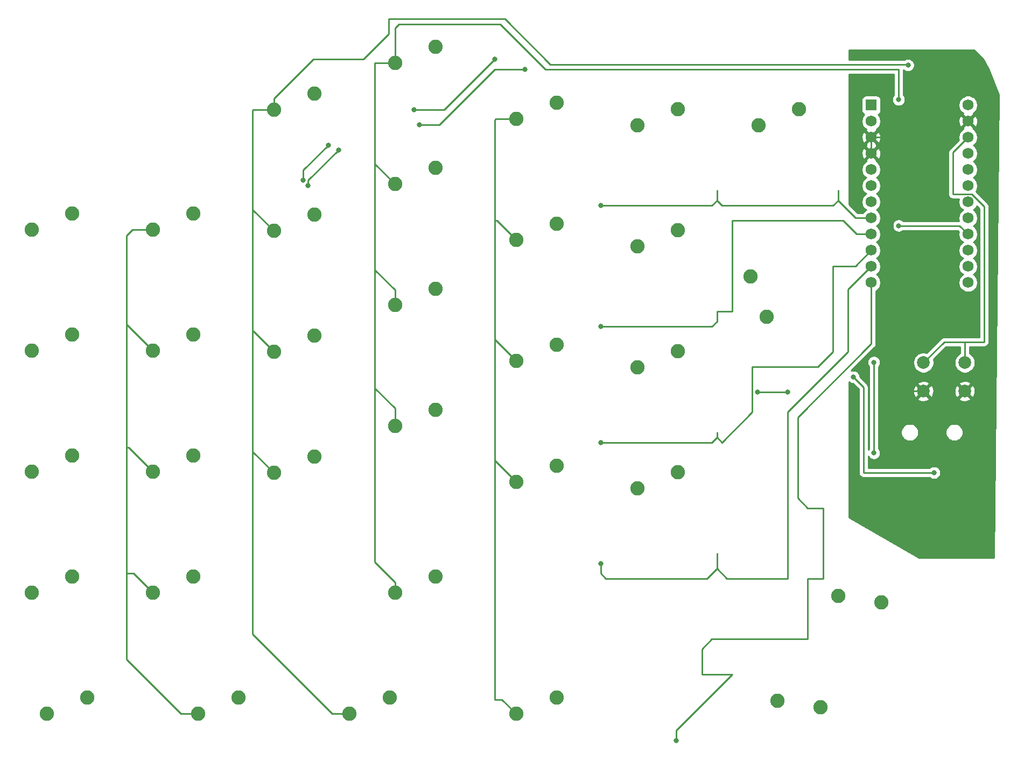
<source format=gbl>
G04 #@! TF.GenerationSoftware,KiCad,Pcbnew,5.1.10*
G04 #@! TF.CreationDate,2021-06-15T23:50:52-04:00*
G04 #@! TF.ProjectId,attempt2,61747465-6d70-4743-922e-6b696361645f,rev?*
G04 #@! TF.SameCoordinates,Original*
G04 #@! TF.FileFunction,Copper,L2,Bot*
G04 #@! TF.FilePolarity,Positive*
%FSLAX46Y46*%
G04 Gerber Fmt 4.6, Leading zero omitted, Abs format (unit mm)*
G04 Created by KiCad (PCBNEW 5.1.10) date 2021-06-15 23:50:52*
%MOMM*%
%LPD*%
G01*
G04 APERTURE LIST*
G04 #@! TA.AperFunction,ComponentPad*
%ADD10R,1.752600X1.752600*%
G04 #@! TD*
G04 #@! TA.AperFunction,ComponentPad*
%ADD11C,1.752600*%
G04 #@! TD*
G04 #@! TA.AperFunction,ComponentPad*
%ADD12C,2.000000*%
G04 #@! TD*
G04 #@! TA.AperFunction,ComponentPad*
%ADD13C,2.250000*%
G04 #@! TD*
G04 #@! TA.AperFunction,ViaPad*
%ADD14C,0.800000*%
G04 #@! TD*
G04 #@! TA.AperFunction,Conductor*
%ADD15C,0.250000*%
G04 #@! TD*
G04 #@! TA.AperFunction,Conductor*
%ADD16C,0.254000*%
G04 #@! TD*
G04 #@! TA.AperFunction,Conductor*
%ADD17C,0.100000*%
G04 #@! TD*
G04 APERTURE END LIST*
D10*
X-23368000Y-20701000D03*
D11*
X-23368000Y-23241000D03*
X-23368000Y-25781000D03*
X-23368000Y-28321000D03*
X-23368000Y-30861000D03*
X-23368000Y-33401000D03*
X-23368000Y-35941000D03*
X-23368000Y-38481000D03*
X-23368000Y-41021000D03*
X-23368000Y-43561000D03*
X-23368000Y-46101000D03*
X-8128000Y-48641000D03*
X-8128000Y-46101000D03*
X-8128000Y-43561000D03*
X-8128000Y-41021000D03*
X-8128000Y-38481000D03*
X-8128000Y-35941000D03*
X-8128000Y-33401000D03*
X-8128000Y-30861000D03*
X-8128000Y-28321000D03*
X-8128000Y-25781000D03*
X-8128000Y-23241000D03*
X-23368000Y-48641000D03*
X-8128000Y-20701000D03*
D12*
X-8656250Y-65750000D03*
X-15156250Y-65750000D03*
X-15156250Y-61250000D03*
X-8656250Y-61250000D03*
D13*
X-31328295Y-115488591D03*
X-38097557Y-114513295D03*
X-72866250Y-113982500D03*
X-79216250Y-116522500D03*
X-91852750Y-94944500D03*
X-98202750Y-97484500D03*
X-99060000Y-113982500D03*
X-105410000Y-116522500D03*
X-122872500Y-113982500D03*
X-129222500Y-116522500D03*
X-146685000Y-113982500D03*
X-153035000Y-116522500D03*
X-21803295Y-98978591D03*
X-28572557Y-98003295D03*
X-53816250Y-78486000D03*
X-60166250Y-81026000D03*
X-72866250Y-77470000D03*
X-79216250Y-80010000D03*
X-91916250Y-68707000D03*
X-98266250Y-71247000D03*
X-110966250Y-76073000D03*
X-117316250Y-78613000D03*
X-130016250Y-94932500D03*
X-136366250Y-97472500D03*
X-149066250Y-94932500D03*
X-155416250Y-97472500D03*
X-42386250Y-47688500D03*
X-39846250Y-54038500D03*
X-53816250Y-59436000D03*
X-60166250Y-61976000D03*
X-72866250Y-58420000D03*
X-79216250Y-60960000D03*
X-91916250Y-49657000D03*
X-98266250Y-52197000D03*
X-110966250Y-57023000D03*
X-117316250Y-59563000D03*
X-130016250Y-75882500D03*
X-136366250Y-78422500D03*
X-149066250Y-75882500D03*
X-155416250Y-78422500D03*
X-53816250Y-40386000D03*
X-60166250Y-42926000D03*
X-72866250Y-39370000D03*
X-79216250Y-41910000D03*
X-91916250Y-30607000D03*
X-98266250Y-33147000D03*
X-110966250Y-37973000D03*
X-117316250Y-40513000D03*
X-130016250Y-56832500D03*
X-136366250Y-59372500D03*
X-149066250Y-56832500D03*
X-155416250Y-59372500D03*
X-34766250Y-21336000D03*
X-41116250Y-23876000D03*
X-53816250Y-21336000D03*
X-60166250Y-23876000D03*
X-72866250Y-20320000D03*
X-79216250Y-22860000D03*
X-91916250Y-11557000D03*
X-98266250Y-14097000D03*
X-110966250Y-18923000D03*
X-117316250Y-21463000D03*
X-130016250Y-37782500D03*
X-136366250Y-40322500D03*
X-149066250Y-37782500D03*
X-155416250Y-40322500D03*
D14*
X-65881250Y-36512500D03*
X-65881250Y-55562500D03*
X-65881250Y-73818750D03*
X-65881250Y-92868750D03*
X-54037500Y-120712500D03*
X-112712500Y-32543750D03*
X-108743750Y-26987500D03*
X-82550000Y-13493750D03*
X-95250000Y-21431250D03*
X-111918750Y-33337500D03*
X-107156250Y-27781250D03*
X-94456250Y-23812500D03*
X-77787500Y-15081250D03*
X-17584338Y-14409338D03*
X-19050000Y-19843750D03*
X-19050000Y-39687500D03*
X-41275000Y-65881250D03*
X-36512500Y-65881250D03*
X-13493750Y-78581250D03*
X-26193750Y-63500000D03*
X-22943750Y-75481250D03*
X-22943750Y-61193750D03*
D15*
X-65881250Y-36512500D02*
X-49212500Y-36512500D01*
X-49212500Y-36512500D02*
X-48418750Y-36512500D01*
X-48418750Y-36512500D02*
X-47625000Y-35718750D01*
X-47625000Y-35718750D02*
X-47625000Y-34131250D01*
X-47625000Y-35718750D02*
X-46831250Y-36512500D01*
X-46831250Y-36512500D02*
X-29368750Y-36512500D01*
X-29368750Y-36512500D02*
X-28575000Y-35718750D01*
X-28575000Y-35718750D02*
X-28575000Y-34131250D01*
X-25812750Y-38481000D02*
X-23368000Y-38481000D01*
X-28575000Y-35718750D02*
X-25812750Y-38481000D01*
X-65881250Y-55562500D02*
X-48418750Y-55562500D01*
X-48418750Y-55562500D02*
X-47625000Y-54768750D01*
X-47625000Y-54768750D02*
X-47625000Y-53181250D01*
X-47625000Y-53181250D02*
X-45243750Y-53181250D01*
X-45243750Y-53181250D02*
X-45243750Y-38893750D01*
X-45243750Y-38893750D02*
X-27781250Y-38893750D01*
X-25654000Y-41021000D02*
X-23368000Y-41021000D01*
X-27781250Y-38893750D02*
X-25654000Y-41021000D01*
X-65881250Y-73818750D02*
X-48418750Y-73818750D01*
X-48418750Y-73818750D02*
X-47625000Y-73025000D01*
X-47625000Y-73025000D02*
X-47625000Y-72231250D01*
X-25844500Y-46037500D02*
X-23368000Y-43561000D01*
X-29368750Y-59531250D02*
X-29368750Y-46037500D01*
X-31750000Y-61912500D02*
X-29368750Y-59531250D01*
X-42068750Y-61912500D02*
X-31750000Y-61912500D01*
X-42068750Y-69056250D02*
X-42068750Y-61912500D01*
X-46831250Y-73818750D02*
X-42068750Y-69056250D01*
X-29368750Y-46037500D02*
X-25844500Y-46037500D01*
X-47625000Y-73025000D02*
X-46831250Y-73818750D01*
X-65881250Y-92868750D02*
X-65881250Y-94456250D01*
X-65881250Y-94456250D02*
X-65087500Y-95250000D01*
X-65087500Y-95250000D02*
X-49212500Y-95250000D01*
X-49212500Y-95250000D02*
X-47625000Y-93662500D01*
X-47625000Y-93662500D02*
X-47625000Y-91281250D01*
X-26987500Y-49720500D02*
X-23368000Y-46101000D01*
X-36512500Y-69056250D02*
X-26987500Y-59531250D01*
X-26987500Y-59531250D02*
X-26987500Y-49720500D01*
X-36512500Y-95250000D02*
X-36512500Y-69056250D01*
X-46037500Y-95250000D02*
X-36512500Y-95250000D01*
X-47625000Y-93662500D02*
X-46037500Y-95250000D01*
X-23368000Y-58293000D02*
X-23368000Y-48641000D01*
X-54037500Y-120712500D02*
X-54037500Y-119125000D01*
X-48418750Y-104775000D02*
X-33337500Y-104775000D01*
X-54037500Y-119125000D02*
X-45243750Y-110331250D01*
X-50006250Y-106362500D02*
X-48418750Y-104775000D01*
X-45243750Y-110331250D02*
X-50006250Y-110331250D01*
X-50006250Y-110331250D02*
X-50006250Y-106362500D01*
X-33337500Y-84137500D02*
X-34925000Y-82550000D01*
X-33337500Y-95250000D02*
X-30956250Y-95250000D01*
X-33337500Y-104775000D02*
X-33337500Y-95250000D01*
X-30956250Y-95250000D02*
X-30956250Y-84137500D01*
X-30956250Y-84137500D02*
X-33337500Y-84137500D01*
X-34925000Y-82550000D02*
X-34925000Y-69850000D01*
X-34925000Y-69850000D02*
X-23368000Y-58293000D01*
X-112712500Y-32543750D02*
X-112712500Y-30956250D01*
X-112712500Y-30956250D02*
X-108743750Y-26987500D01*
X-108743750Y-26987500D02*
X-108743750Y-26987500D01*
X-82550000Y-13493750D02*
X-82550000Y-13493750D01*
X-95250000Y-21431250D02*
X-90487500Y-21431250D01*
X-90487500Y-21431250D02*
X-82550000Y-13493750D01*
X-136366250Y-40322500D02*
X-139541250Y-40322500D01*
X-139541250Y-40322500D02*
X-140493750Y-41275000D01*
X-139382500Y-94456250D02*
X-136366250Y-97472500D01*
X-140493750Y-94456250D02*
X-139382500Y-94456250D01*
X-140176250Y-74612500D02*
X-140493750Y-74612500D01*
X-136366250Y-78422500D02*
X-140176250Y-74612500D01*
X-140493750Y-55245000D02*
X-140493750Y-54768750D01*
X-136366250Y-59372500D02*
X-140493750Y-55245000D01*
X-140493750Y-54768750D02*
X-140493750Y-74612500D01*
X-140493750Y-41275000D02*
X-140493750Y-54768750D01*
X-129222500Y-116522500D02*
X-131921250Y-116522500D01*
X-140493750Y-107950000D02*
X-140493750Y-93662500D01*
X-131921250Y-116522500D02*
X-140493750Y-107950000D01*
X-140493750Y-93662500D02*
X-140493750Y-94456250D01*
X-140493750Y-74612500D02*
X-140493750Y-93662500D01*
X-111918750Y-33337500D02*
X-111918750Y-32543750D01*
X-111918750Y-32543750D02*
X-107156250Y-27781250D01*
X-107156250Y-27781250D02*
X-107156250Y-27781250D01*
X-94456250Y-23812500D02*
X-91281250Y-23812500D01*
X-91281250Y-23812500D02*
X-89693750Y-22225000D01*
X-89693750Y-22225000D02*
X-82550000Y-15081250D01*
X-82550000Y-15081250D02*
X-77787500Y-15081250D01*
X-77787500Y-15081250D02*
X-77787500Y-15081250D01*
X-120650000Y-75279250D02*
X-117316250Y-78613000D01*
X-120618250Y-21463000D02*
X-120650000Y-21494750D01*
X-117316250Y-21463000D02*
X-120618250Y-21463000D01*
X-120523000Y-56356250D02*
X-120650000Y-56356250D01*
X-117316250Y-59563000D02*
X-120523000Y-56356250D01*
X-117316250Y-40513000D02*
X-120650000Y-37179250D01*
X-120650000Y-35718750D02*
X-120650000Y-56356250D01*
X-120650000Y-37179250D02*
X-120650000Y-35718750D01*
X-120650000Y-21494750D02*
X-120650000Y-35718750D01*
X-105410000Y-116522500D02*
X-108108750Y-116522500D01*
X-108108750Y-116522500D02*
X-120650000Y-103981250D01*
X-120650000Y-103981250D02*
X-120650000Y-74612500D01*
X-120650000Y-74612500D02*
X-120650000Y-75279250D01*
X-120650000Y-56356250D02*
X-120650000Y-74612500D01*
X-111125000Y-13493750D02*
X-103187500Y-13493750D01*
X-117316250Y-21463000D02*
X-117316250Y-19685000D01*
X-117316250Y-19685000D02*
X-111125000Y-13493750D01*
X-73818750Y-14287500D02*
X-17706176Y-14287500D01*
X-103187500Y-13493750D02*
X-99218750Y-9525000D01*
X-99218750Y-9525000D02*
X-99218750Y-7143750D01*
X-99218750Y-7143750D02*
X-80962500Y-7143750D01*
X-80962500Y-7143750D02*
X-73818750Y-14287500D01*
X-98266250Y-14097000D02*
X-101409500Y-14097000D01*
X-98202750Y-95885000D02*
X-98202750Y-97484500D01*
X-101409500Y-92678250D02*
X-98202750Y-95885000D01*
X-101409500Y-30003750D02*
X-101409500Y-28765500D01*
X-98266250Y-33147000D02*
X-101409500Y-30003750D01*
X-101409500Y-14097000D02*
X-101409500Y-28765500D01*
X-98266250Y-49784000D02*
X-101409500Y-46640750D01*
X-98266250Y-52197000D02*
X-98266250Y-49784000D01*
X-101409500Y-28765500D02*
X-101409500Y-46640750D01*
X-98266250Y-68421250D02*
X-101409500Y-65278000D01*
X-98266250Y-71247000D02*
X-98266250Y-68421250D01*
X-101409500Y-65278000D02*
X-101409500Y-92678250D01*
X-101409500Y-46640750D02*
X-101409500Y-65278000D01*
X-19050000Y-15081250D02*
X-19050000Y-19843750D01*
X-81756250Y-7937500D02*
X-74612500Y-15081250D01*
X-74612500Y-15081250D02*
X-19050000Y-15081250D01*
X-97631250Y-7937500D02*
X-81756250Y-7937500D01*
X-98266250Y-8572500D02*
X-97631250Y-7937500D01*
X-98266250Y-14097000D02*
X-98266250Y-8572500D01*
X-9461500Y-39687500D02*
X-8128000Y-41021000D01*
X-19050000Y-39687500D02*
X-9461500Y-39687500D01*
X-82550000Y-76676250D02*
X-79216250Y-80010000D01*
X-82391250Y-22860000D02*
X-82550000Y-23018750D01*
X-79216250Y-22860000D02*
X-82391250Y-22860000D01*
X-79216250Y-116522500D02*
X-81438750Y-114300000D01*
X-81438750Y-114300000D02*
X-82550000Y-114300000D01*
X-82550000Y-114300000D02*
X-82550000Y-73818750D01*
X-82550000Y-73818750D02*
X-82550000Y-73025000D01*
X-82550000Y-73025000D02*
X-82550000Y-76676250D01*
X-82550000Y-57626250D02*
X-82550000Y-57150000D01*
X-79216250Y-60960000D02*
X-82550000Y-57626250D01*
X-82550000Y-57150000D02*
X-82550000Y-73025000D01*
X-82232500Y-38893750D02*
X-82550000Y-38893750D01*
X-79216250Y-41910000D02*
X-82232500Y-38893750D01*
X-82550000Y-38893750D02*
X-82550000Y-57150000D01*
X-82550000Y-23018750D02*
X-82550000Y-38893750D01*
X-41275000Y-65881250D02*
X-36512500Y-65881250D01*
X-36512500Y-65881250D02*
X-36512500Y-65881250D01*
X-13493750Y-78581250D02*
X-24606250Y-78581250D01*
X-24606250Y-78581250D02*
X-24606250Y-65087500D01*
X-24606250Y-65087500D02*
X-26193750Y-63500000D01*
X-26193750Y-63500000D02*
X-26193750Y-63500000D01*
X-22943750Y-75481250D02*
X-22943750Y-61193750D01*
X-22943750Y-61193750D02*
X-22943750Y-61193750D01*
X-20006250Y-31682750D02*
X-23368000Y-28321000D01*
X-20006250Y-68981250D02*
X-20006250Y-66043750D01*
X-20006250Y-66043750D02*
X-20006250Y-65918750D01*
X-15156250Y-65750000D02*
X-19975000Y-65750000D01*
X-19975000Y-65750000D02*
X-20006250Y-65718750D01*
X-20006250Y-65718750D02*
X-20006250Y-31682750D01*
X-20006250Y-66043750D02*
X-20006250Y-65718750D01*
X-8656250Y-65750000D02*
X-11112500Y-68206250D01*
X-11112500Y-68206250D02*
X-17406250Y-68206250D01*
X-19568750Y-66043750D02*
X-20006250Y-66043750D01*
X-17406250Y-68206250D02*
X-19568750Y-66043750D01*
X-23368000Y-28321000D02*
X-23368000Y-25781000D01*
X-10668000Y-25781000D02*
X-8128000Y-23241000D01*
X-23368000Y-25781000D02*
X-10668000Y-25781000D01*
X-15156250Y-61250000D02*
X-11906250Y-58000000D01*
X-8656250Y-58018750D02*
X-8675000Y-58000000D01*
X-8656250Y-61250000D02*
X-8656250Y-58018750D01*
X-8675000Y-58000000D02*
X-5612500Y-58000000D01*
X-11906250Y-58000000D02*
X-8675000Y-58000000D01*
X-7551375Y-34739699D02*
X-10504051Y-34739699D01*
X-5612500Y-36678574D02*
X-7551375Y-34739699D01*
X-5612500Y-58000000D02*
X-5612500Y-36678574D01*
X-10504051Y-28157051D02*
X-8128000Y-25781000D01*
X-10504051Y-34739699D02*
X-10504051Y-28157051D01*
D16*
X-5660624Y-13568982D02*
X-4878459Y-15133312D01*
X-3302266Y-19073795D01*
X-4094377Y-91948000D01*
X-15841273Y-91948000D01*
X-26860500Y-85651299D01*
X-26860500Y-64296961D01*
X-26853524Y-64303937D01*
X-26684006Y-64417205D01*
X-26495648Y-64495226D01*
X-26295689Y-64535000D01*
X-26233551Y-64535000D01*
X-25366249Y-65402303D01*
X-25366250Y-78543917D01*
X-25369927Y-78581250D01*
X-25355253Y-78730236D01*
X-25311796Y-78873497D01*
X-25241224Y-79005526D01*
X-25146251Y-79121251D01*
X-25030526Y-79216224D01*
X-24898497Y-79286796D01*
X-24755236Y-79330253D01*
X-24606250Y-79344927D01*
X-24568917Y-79341250D01*
X-14197461Y-79341250D01*
X-14153524Y-79385187D01*
X-13984006Y-79498455D01*
X-13795648Y-79576476D01*
X-13595689Y-79616250D01*
X-13391811Y-79616250D01*
X-13191852Y-79576476D01*
X-13003494Y-79498455D01*
X-12833976Y-79385187D01*
X-12689813Y-79241024D01*
X-12576545Y-79071506D01*
X-12498524Y-78883148D01*
X-12458750Y-78683189D01*
X-12458750Y-78479311D01*
X-12498524Y-78279352D01*
X-12576545Y-78090994D01*
X-12689813Y-77921476D01*
X-12833976Y-77777313D01*
X-13003494Y-77664045D01*
X-13191852Y-77586024D01*
X-13391811Y-77546250D01*
X-13595689Y-77546250D01*
X-13795648Y-77586024D01*
X-13984006Y-77664045D01*
X-14153524Y-77777313D01*
X-14197461Y-77821250D01*
X-23846250Y-77821250D01*
X-23846250Y-75993514D01*
X-23747687Y-76141024D01*
X-23603524Y-76285187D01*
X-23434006Y-76398455D01*
X-23245648Y-76476476D01*
X-23045689Y-76516250D01*
X-22841811Y-76516250D01*
X-22641852Y-76476476D01*
X-22453494Y-76398455D01*
X-22283976Y-76285187D01*
X-22139813Y-76141024D01*
X-22026545Y-75971506D01*
X-21948524Y-75783148D01*
X-21908750Y-75583189D01*
X-21908750Y-75379311D01*
X-21948524Y-75179352D01*
X-22026545Y-74990994D01*
X-22139813Y-74821476D01*
X-22183750Y-74777539D01*
X-22183750Y-72094839D01*
X-18691250Y-72094839D01*
X-18691250Y-72367661D01*
X-18638025Y-72635239D01*
X-18533621Y-72887293D01*
X-18382049Y-73114136D01*
X-18189136Y-73307049D01*
X-17962293Y-73458621D01*
X-17710239Y-73563025D01*
X-17442661Y-73616250D01*
X-17169839Y-73616250D01*
X-16902261Y-73563025D01*
X-16650207Y-73458621D01*
X-16423364Y-73307049D01*
X-16230451Y-73114136D01*
X-16078879Y-72887293D01*
X-15974475Y-72635239D01*
X-15921250Y-72367661D01*
X-15921250Y-72094839D01*
X-11691250Y-72094839D01*
X-11691250Y-72367661D01*
X-11638025Y-72635239D01*
X-11533621Y-72887293D01*
X-11382049Y-73114136D01*
X-11189136Y-73307049D01*
X-10962293Y-73458621D01*
X-10710239Y-73563025D01*
X-10442661Y-73616250D01*
X-10169839Y-73616250D01*
X-9902261Y-73563025D01*
X-9650207Y-73458621D01*
X-9423364Y-73307049D01*
X-9230451Y-73114136D01*
X-9078879Y-72887293D01*
X-8974475Y-72635239D01*
X-8921250Y-72367661D01*
X-8921250Y-72094839D01*
X-8974475Y-71827261D01*
X-9078879Y-71575207D01*
X-9230451Y-71348364D01*
X-9423364Y-71155451D01*
X-9650207Y-71003879D01*
X-9902261Y-70899475D01*
X-10169839Y-70846250D01*
X-10442661Y-70846250D01*
X-10710239Y-70899475D01*
X-10962293Y-71003879D01*
X-11189136Y-71155451D01*
X-11382049Y-71348364D01*
X-11533621Y-71575207D01*
X-11638025Y-71827261D01*
X-11691250Y-72094839D01*
X-15921250Y-72094839D01*
X-15974475Y-71827261D01*
X-16078879Y-71575207D01*
X-16230451Y-71348364D01*
X-16423364Y-71155451D01*
X-16650207Y-71003879D01*
X-16902261Y-70899475D01*
X-17169839Y-70846250D01*
X-17442661Y-70846250D01*
X-17710239Y-70899475D01*
X-17962293Y-71003879D01*
X-18189136Y-71155451D01*
X-18382049Y-71348364D01*
X-18533621Y-71575207D01*
X-18638025Y-71827261D01*
X-18691250Y-72094839D01*
X-22183750Y-72094839D01*
X-22183750Y-66885413D01*
X-16112058Y-66885413D01*
X-16016294Y-67149814D01*
X-15726679Y-67290704D01*
X-15415142Y-67372384D01*
X-15093655Y-67391718D01*
X-14774575Y-67347961D01*
X-14470162Y-67242795D01*
X-14296206Y-67149814D01*
X-14200442Y-66885413D01*
X-9612058Y-66885413D01*
X-9516294Y-67149814D01*
X-9226679Y-67290704D01*
X-8915142Y-67372384D01*
X-8593655Y-67391718D01*
X-8274575Y-67347961D01*
X-7970162Y-67242795D01*
X-7796206Y-67149814D01*
X-7700442Y-66885413D01*
X-8656250Y-65929605D01*
X-9612058Y-66885413D01*
X-14200442Y-66885413D01*
X-15156250Y-65929605D01*
X-16112058Y-66885413D01*
X-22183750Y-66885413D01*
X-22183750Y-65812595D01*
X-16797968Y-65812595D01*
X-16754211Y-66131675D01*
X-16649045Y-66436088D01*
X-16556064Y-66610044D01*
X-16291663Y-66705808D01*
X-15335855Y-65750000D01*
X-14976645Y-65750000D01*
X-14020837Y-66705808D01*
X-13756436Y-66610044D01*
X-13615546Y-66320429D01*
X-13533866Y-66008892D01*
X-13522061Y-65812595D01*
X-10297968Y-65812595D01*
X-10254211Y-66131675D01*
X-10149045Y-66436088D01*
X-10056064Y-66610044D01*
X-9791663Y-66705808D01*
X-8835855Y-65750000D01*
X-8476645Y-65750000D01*
X-7520837Y-66705808D01*
X-7256436Y-66610044D01*
X-7115546Y-66320429D01*
X-7033866Y-66008892D01*
X-7014532Y-65687405D01*
X-7058289Y-65368325D01*
X-7163455Y-65063912D01*
X-7256436Y-64889956D01*
X-7520837Y-64794192D01*
X-8476645Y-65750000D01*
X-8835855Y-65750000D01*
X-9791663Y-64794192D01*
X-10056064Y-64889956D01*
X-10196954Y-65179571D01*
X-10278634Y-65491108D01*
X-10297968Y-65812595D01*
X-13522061Y-65812595D01*
X-13514532Y-65687405D01*
X-13558289Y-65368325D01*
X-13663455Y-65063912D01*
X-13756436Y-64889956D01*
X-14020837Y-64794192D01*
X-14976645Y-65750000D01*
X-15335855Y-65750000D01*
X-16291663Y-64794192D01*
X-16556064Y-64889956D01*
X-16696954Y-65179571D01*
X-16778634Y-65491108D01*
X-16797968Y-65812595D01*
X-22183750Y-65812595D01*
X-22183750Y-64614587D01*
X-16112058Y-64614587D01*
X-15156250Y-65570395D01*
X-14200442Y-64614587D01*
X-9612058Y-64614587D01*
X-8656250Y-65570395D01*
X-7700442Y-64614587D01*
X-7796206Y-64350186D01*
X-8085821Y-64209296D01*
X-8397358Y-64127616D01*
X-8718845Y-64108282D01*
X-9037925Y-64152039D01*
X-9342338Y-64257205D01*
X-9516294Y-64350186D01*
X-9612058Y-64614587D01*
X-14200442Y-64614587D01*
X-14296206Y-64350186D01*
X-14585821Y-64209296D01*
X-14897358Y-64127616D01*
X-15218845Y-64108282D01*
X-15537925Y-64152039D01*
X-15842338Y-64257205D01*
X-16016294Y-64350186D01*
X-16112058Y-64614587D01*
X-22183750Y-64614587D01*
X-22183750Y-61897461D01*
X-22139813Y-61853524D01*
X-22026545Y-61684006D01*
X-21948524Y-61495648D01*
X-21908750Y-61295689D01*
X-21908750Y-61091811D01*
X-21948524Y-60891852D01*
X-22026545Y-60703494D01*
X-22139813Y-60533976D01*
X-22283976Y-60389813D01*
X-22453494Y-60276545D01*
X-22641852Y-60198524D01*
X-22841811Y-60158750D01*
X-23045689Y-60158750D01*
X-23245648Y-60198524D01*
X-23434006Y-60276545D01*
X-23603524Y-60389813D01*
X-23747687Y-60533976D01*
X-23860955Y-60703494D01*
X-23938976Y-60891852D01*
X-23978750Y-61091811D01*
X-23978750Y-61295689D01*
X-23938976Y-61495648D01*
X-23860955Y-61684006D01*
X-23747687Y-61853524D01*
X-23703749Y-61897462D01*
X-23703750Y-74777539D01*
X-23747687Y-74821476D01*
X-23846250Y-74968986D01*
X-23846250Y-65124822D01*
X-23842574Y-65087499D01*
X-23846250Y-65050176D01*
X-23846250Y-65050167D01*
X-23857247Y-64938514D01*
X-23900704Y-64795253D01*
X-23901271Y-64794192D01*
X-23971276Y-64663223D01*
X-24042451Y-64576497D01*
X-24066249Y-64547499D01*
X-24095247Y-64523701D01*
X-25158750Y-63460199D01*
X-25158750Y-63398061D01*
X-25198524Y-63198102D01*
X-25276545Y-63009744D01*
X-25389813Y-62840226D01*
X-25533976Y-62696063D01*
X-25703494Y-62582795D01*
X-25891852Y-62504774D01*
X-26091811Y-62465000D01*
X-26295689Y-62465000D01*
X-26495648Y-62504774D01*
X-26511566Y-62511367D01*
X-22856996Y-58856798D01*
X-22827999Y-58833001D01*
X-22771106Y-58763677D01*
X-22733026Y-58717277D01*
X-22662454Y-58585247D01*
X-22639933Y-58511003D01*
X-22618997Y-58441986D01*
X-22608000Y-58330333D01*
X-22608000Y-58330324D01*
X-22604324Y-58293001D01*
X-22608000Y-58255678D01*
X-22608000Y-49950810D01*
X-22404602Y-49814904D01*
X-22194096Y-49604398D01*
X-22028703Y-49356869D01*
X-21914778Y-49081830D01*
X-21856700Y-48789850D01*
X-21856700Y-48492150D01*
X-21914778Y-48200170D01*
X-22028703Y-47925131D01*
X-22194096Y-47677602D01*
X-22404602Y-47467096D01*
X-22548420Y-47371000D01*
X-22404602Y-47274904D01*
X-22194096Y-47064398D01*
X-22028703Y-46816869D01*
X-21914778Y-46541830D01*
X-21856700Y-46249850D01*
X-21856700Y-45952150D01*
X-21914778Y-45660170D01*
X-22028703Y-45385131D01*
X-22194096Y-45137602D01*
X-22404602Y-44927096D01*
X-22548420Y-44831000D01*
X-22404602Y-44734904D01*
X-22194096Y-44524398D01*
X-22028703Y-44276869D01*
X-21914778Y-44001830D01*
X-21856700Y-43709850D01*
X-21856700Y-43412150D01*
X-21914778Y-43120170D01*
X-22028703Y-42845131D01*
X-22194096Y-42597602D01*
X-22404602Y-42387096D01*
X-22548420Y-42291000D01*
X-22404602Y-42194904D01*
X-22194096Y-41984398D01*
X-22028703Y-41736869D01*
X-21914778Y-41461830D01*
X-21856700Y-41169850D01*
X-21856700Y-40872150D01*
X-21914778Y-40580170D01*
X-22028703Y-40305131D01*
X-22194096Y-40057602D01*
X-22404602Y-39847096D01*
X-22548420Y-39751000D01*
X-22404602Y-39654904D01*
X-22335259Y-39585561D01*
X-20085000Y-39585561D01*
X-20085000Y-39789439D01*
X-20045226Y-39989398D01*
X-19967205Y-40177756D01*
X-19853937Y-40347274D01*
X-19709774Y-40491437D01*
X-19540256Y-40604705D01*
X-19351898Y-40682726D01*
X-19151939Y-40722500D01*
X-18948061Y-40722500D01*
X-18748102Y-40682726D01*
X-18559744Y-40604705D01*
X-18390226Y-40491437D01*
X-18346289Y-40447500D01*
X-9776301Y-40447500D01*
X-9591576Y-40632225D01*
X-9639300Y-40872150D01*
X-9639300Y-41169850D01*
X-9581222Y-41461830D01*
X-9467297Y-41736869D01*
X-9301904Y-41984398D01*
X-9091398Y-42194904D01*
X-8947580Y-42291000D01*
X-9091398Y-42387096D01*
X-9301904Y-42597602D01*
X-9467297Y-42845131D01*
X-9581222Y-43120170D01*
X-9639300Y-43412150D01*
X-9639300Y-43709850D01*
X-9581222Y-44001830D01*
X-9467297Y-44276869D01*
X-9301904Y-44524398D01*
X-9091398Y-44734904D01*
X-8947580Y-44831000D01*
X-9091398Y-44927096D01*
X-9301904Y-45137602D01*
X-9467297Y-45385131D01*
X-9581222Y-45660170D01*
X-9639300Y-45952150D01*
X-9639300Y-46249850D01*
X-9581222Y-46541830D01*
X-9467297Y-46816869D01*
X-9301904Y-47064398D01*
X-9091398Y-47274904D01*
X-8947580Y-47371000D01*
X-9091398Y-47467096D01*
X-9301904Y-47677602D01*
X-9467297Y-47925131D01*
X-9581222Y-48200170D01*
X-9639300Y-48492150D01*
X-9639300Y-48789850D01*
X-9581222Y-49081830D01*
X-9467297Y-49356869D01*
X-9301904Y-49604398D01*
X-9091398Y-49814904D01*
X-8843869Y-49980297D01*
X-8568830Y-50094222D01*
X-8276850Y-50152300D01*
X-7979150Y-50152300D01*
X-7687170Y-50094222D01*
X-7412131Y-49980297D01*
X-7164602Y-49814904D01*
X-6954096Y-49604398D01*
X-6788703Y-49356869D01*
X-6674778Y-49081830D01*
X-6616700Y-48789850D01*
X-6616700Y-48492150D01*
X-6674778Y-48200170D01*
X-6788703Y-47925131D01*
X-6954096Y-47677602D01*
X-7164602Y-47467096D01*
X-7308420Y-47371000D01*
X-7164602Y-47274904D01*
X-6954096Y-47064398D01*
X-6788703Y-46816869D01*
X-6674778Y-46541830D01*
X-6616700Y-46249850D01*
X-6616700Y-45952150D01*
X-6674778Y-45660170D01*
X-6788703Y-45385131D01*
X-6954096Y-45137602D01*
X-7164602Y-44927096D01*
X-7308420Y-44831000D01*
X-7164602Y-44734904D01*
X-6954096Y-44524398D01*
X-6788703Y-44276869D01*
X-6674778Y-44001830D01*
X-6616700Y-43709850D01*
X-6616700Y-43412150D01*
X-6674778Y-43120170D01*
X-6788703Y-42845131D01*
X-6954096Y-42597602D01*
X-7164602Y-42387096D01*
X-7308420Y-42291000D01*
X-7164602Y-42194904D01*
X-6954096Y-41984398D01*
X-6788703Y-41736869D01*
X-6674778Y-41461830D01*
X-6616700Y-41169850D01*
X-6616700Y-40872150D01*
X-6674778Y-40580170D01*
X-6788703Y-40305131D01*
X-6954096Y-40057602D01*
X-7164602Y-39847096D01*
X-7308420Y-39751000D01*
X-7164602Y-39654904D01*
X-6954096Y-39444398D01*
X-6788703Y-39196869D01*
X-6674778Y-38921830D01*
X-6616700Y-38629850D01*
X-6616700Y-38332150D01*
X-6674778Y-38040170D01*
X-6788703Y-37765131D01*
X-6954096Y-37517602D01*
X-7164602Y-37307096D01*
X-7308420Y-37211000D01*
X-7164602Y-37114904D01*
X-6954096Y-36904398D01*
X-6788703Y-36656869D01*
X-6765360Y-36600515D01*
X-6372499Y-36993377D01*
X-6372500Y-57240000D01*
X-8637678Y-57240000D01*
X-8675000Y-57236324D01*
X-8712322Y-57240000D01*
X-11868928Y-57240000D01*
X-11906251Y-57236324D01*
X-11943574Y-57240000D01*
X-11943583Y-57240000D01*
X-12055236Y-57250997D01*
X-12198497Y-57294454D01*
X-12330527Y-57365026D01*
X-12414167Y-57433668D01*
X-12446251Y-57459999D01*
X-12470049Y-57488997D01*
X-14664874Y-59683823D01*
X-14679338Y-59677832D01*
X-14995217Y-59615000D01*
X-15317283Y-59615000D01*
X-15633162Y-59677832D01*
X-15930713Y-59801082D01*
X-16198502Y-59980013D01*
X-16426237Y-60207748D01*
X-16605168Y-60475537D01*
X-16728418Y-60773088D01*
X-16791250Y-61088967D01*
X-16791250Y-61411033D01*
X-16728418Y-61726912D01*
X-16605168Y-62024463D01*
X-16426237Y-62292252D01*
X-16198502Y-62519987D01*
X-15930713Y-62698918D01*
X-15633162Y-62822168D01*
X-15317283Y-62885000D01*
X-14995217Y-62885000D01*
X-14679338Y-62822168D01*
X-14381787Y-62698918D01*
X-14113998Y-62519987D01*
X-13886263Y-62292252D01*
X-13707332Y-62024463D01*
X-13584082Y-61726912D01*
X-13521250Y-61411033D01*
X-13521250Y-61088967D01*
X-13584082Y-60773088D01*
X-13590073Y-60758624D01*
X-11591448Y-58760000D01*
X-9416249Y-58760000D01*
X-9416250Y-59795091D01*
X-9430713Y-59801082D01*
X-9698502Y-59980013D01*
X-9926237Y-60207748D01*
X-10105168Y-60475537D01*
X-10228418Y-60773088D01*
X-10291250Y-61088967D01*
X-10291250Y-61411033D01*
X-10228418Y-61726912D01*
X-10105168Y-62024463D01*
X-9926237Y-62292252D01*
X-9698502Y-62519987D01*
X-9430713Y-62698918D01*
X-9133162Y-62822168D01*
X-8817283Y-62885000D01*
X-8495217Y-62885000D01*
X-8179338Y-62822168D01*
X-7881787Y-62698918D01*
X-7613998Y-62519987D01*
X-7386263Y-62292252D01*
X-7207332Y-62024463D01*
X-7084082Y-61726912D01*
X-7021250Y-61411033D01*
X-7021250Y-61088967D01*
X-7084082Y-60773088D01*
X-7207332Y-60475537D01*
X-7386263Y-60207748D01*
X-7613998Y-59980013D01*
X-7881787Y-59801082D01*
X-7896250Y-59795091D01*
X-7896250Y-58760000D01*
X-5649833Y-58760000D01*
X-5612500Y-58763677D01*
X-5575167Y-58760000D01*
X-5463514Y-58749003D01*
X-5320253Y-58705546D01*
X-5188224Y-58634974D01*
X-5072499Y-58540001D01*
X-4977526Y-58424276D01*
X-4906954Y-58292247D01*
X-4863497Y-58148986D01*
X-4848823Y-58000000D01*
X-4852500Y-57962667D01*
X-4852500Y-36715896D01*
X-4848824Y-36678573D01*
X-4852500Y-36641250D01*
X-4852500Y-36641241D01*
X-4863497Y-36529588D01*
X-4906954Y-36386327D01*
X-4977526Y-36254298D01*
X-5072499Y-36138573D01*
X-5101497Y-36114775D01*
X-6913152Y-34303121D01*
X-6788703Y-34116869D01*
X-6674778Y-33841830D01*
X-6616700Y-33549850D01*
X-6616700Y-33252150D01*
X-6674778Y-32960170D01*
X-6788703Y-32685131D01*
X-6954096Y-32437602D01*
X-7164602Y-32227096D01*
X-7308420Y-32131000D01*
X-7164602Y-32034904D01*
X-6954096Y-31824398D01*
X-6788703Y-31576869D01*
X-6674778Y-31301830D01*
X-6616700Y-31009850D01*
X-6616700Y-30712150D01*
X-6674778Y-30420170D01*
X-6788703Y-30145131D01*
X-6954096Y-29897602D01*
X-7164602Y-29687096D01*
X-7308420Y-29591000D01*
X-7164602Y-29494904D01*
X-6954096Y-29284398D01*
X-6788703Y-29036869D01*
X-6674778Y-28761830D01*
X-6616700Y-28469850D01*
X-6616700Y-28172150D01*
X-6674778Y-27880170D01*
X-6788703Y-27605131D01*
X-6954096Y-27357602D01*
X-7164602Y-27147096D01*
X-7308420Y-27051000D01*
X-7164602Y-26954904D01*
X-6954096Y-26744398D01*
X-6788703Y-26496869D01*
X-6674778Y-26221830D01*
X-6616700Y-25929850D01*
X-6616700Y-25632150D01*
X-6674778Y-25340170D01*
X-6788703Y-25065131D01*
X-6954096Y-24817602D01*
X-7164602Y-24607096D01*
X-7327809Y-24498045D01*
X-7260437Y-24288169D01*
X-8128000Y-23420605D01*
X-8995563Y-24288169D01*
X-8928191Y-24498045D01*
X-9091398Y-24607096D01*
X-9301904Y-24817602D01*
X-9467297Y-25065131D01*
X-9581222Y-25340170D01*
X-9639300Y-25632150D01*
X-9639300Y-25929850D01*
X-9591576Y-26169775D01*
X-11015053Y-27593252D01*
X-11044051Y-27617050D01*
X-11067849Y-27646048D01*
X-11067850Y-27646049D01*
X-11139025Y-27732775D01*
X-11209597Y-27864805D01*
X-11253053Y-28008066D01*
X-11267727Y-28157051D01*
X-11264050Y-28194383D01*
X-11264051Y-34702366D01*
X-11267728Y-34739699D01*
X-11253054Y-34888685D01*
X-11209597Y-35031946D01*
X-11139025Y-35163975D01*
X-11067851Y-35250701D01*
X-11044052Y-35279700D01*
X-10928327Y-35374673D01*
X-10796298Y-35445245D01*
X-10653037Y-35488702D01*
X-10504051Y-35503376D01*
X-10466718Y-35499699D01*
X-9581027Y-35499699D01*
X-9581222Y-35500170D01*
X-9639300Y-35792150D01*
X-9639300Y-36089850D01*
X-9581222Y-36381830D01*
X-9467297Y-36656869D01*
X-9301904Y-36904398D01*
X-9091398Y-37114904D01*
X-8947580Y-37211000D01*
X-9091398Y-37307096D01*
X-9301904Y-37517602D01*
X-9467297Y-37765131D01*
X-9581222Y-38040170D01*
X-9639300Y-38332150D01*
X-9639300Y-38629850D01*
X-9581222Y-38921830D01*
X-9578873Y-38927500D01*
X-18346289Y-38927500D01*
X-18390226Y-38883563D01*
X-18559744Y-38770295D01*
X-18748102Y-38692274D01*
X-18948061Y-38652500D01*
X-19151939Y-38652500D01*
X-19351898Y-38692274D01*
X-19540256Y-38770295D01*
X-19709774Y-38883563D01*
X-19853937Y-39027726D01*
X-19967205Y-39197244D01*
X-20045226Y-39385602D01*
X-20085000Y-39585561D01*
X-22335259Y-39585561D01*
X-22194096Y-39444398D01*
X-22028703Y-39196869D01*
X-21914778Y-38921830D01*
X-21856700Y-38629850D01*
X-21856700Y-38332150D01*
X-21914778Y-38040170D01*
X-22028703Y-37765131D01*
X-22194096Y-37517602D01*
X-22404602Y-37307096D01*
X-22548420Y-37211000D01*
X-22404602Y-37114904D01*
X-22194096Y-36904398D01*
X-22028703Y-36656869D01*
X-21914778Y-36381830D01*
X-21856700Y-36089850D01*
X-21856700Y-35792150D01*
X-21914778Y-35500170D01*
X-22028703Y-35225131D01*
X-22194096Y-34977602D01*
X-22404602Y-34767096D01*
X-22548420Y-34671000D01*
X-22404602Y-34574904D01*
X-22194096Y-34364398D01*
X-22028703Y-34116869D01*
X-21914778Y-33841830D01*
X-21856700Y-33549850D01*
X-21856700Y-33252150D01*
X-21914778Y-32960170D01*
X-22028703Y-32685131D01*
X-22194096Y-32437602D01*
X-22404602Y-32227096D01*
X-22548420Y-32131000D01*
X-22404602Y-32034904D01*
X-22194096Y-31824398D01*
X-22028703Y-31576869D01*
X-21914778Y-31301830D01*
X-21856700Y-31009850D01*
X-21856700Y-30712150D01*
X-21914778Y-30420170D01*
X-22028703Y-30145131D01*
X-22194096Y-29897602D01*
X-22404602Y-29687096D01*
X-22567809Y-29578045D01*
X-22500437Y-29368169D01*
X-23368000Y-28500605D01*
X-24235563Y-29368169D01*
X-24168191Y-29578045D01*
X-24331398Y-29687096D01*
X-24541904Y-29897602D01*
X-24707297Y-30145131D01*
X-24821222Y-30420170D01*
X-24879300Y-30712150D01*
X-24879300Y-31009850D01*
X-24821222Y-31301830D01*
X-24707297Y-31576869D01*
X-24541904Y-31824398D01*
X-24331398Y-32034904D01*
X-24187580Y-32131000D01*
X-24331398Y-32227096D01*
X-24541904Y-32437602D01*
X-24707297Y-32685131D01*
X-24821222Y-32960170D01*
X-24879300Y-33252150D01*
X-24879300Y-33549850D01*
X-24821222Y-33841830D01*
X-24707297Y-34116869D01*
X-24541904Y-34364398D01*
X-24331398Y-34574904D01*
X-24187580Y-34671000D01*
X-24331398Y-34767096D01*
X-24541904Y-34977602D01*
X-24707297Y-35225131D01*
X-24821222Y-35500170D01*
X-24879300Y-35792150D01*
X-24879300Y-36089850D01*
X-24821222Y-36381830D01*
X-24707297Y-36656869D01*
X-24541904Y-36904398D01*
X-24331398Y-37114904D01*
X-24187580Y-37211000D01*
X-24331398Y-37307096D01*
X-24541904Y-37517602D01*
X-24677810Y-37721000D01*
X-25497947Y-37721000D01*
X-26860500Y-36358448D01*
X-26860500Y-28388491D01*
X-24885113Y-28388491D01*
X-24842796Y-28683167D01*
X-24743802Y-28963927D01*
X-24666929Y-29107746D01*
X-24415169Y-29188563D01*
X-23547605Y-28321000D01*
X-23188395Y-28321000D01*
X-22320831Y-29188563D01*
X-22069071Y-29107746D01*
X-21940543Y-28839221D01*
X-21866871Y-28550781D01*
X-21850887Y-28253509D01*
X-21893204Y-27958833D01*
X-21992198Y-27678073D01*
X-22069071Y-27534254D01*
X-22320831Y-27453437D01*
X-23188395Y-28321000D01*
X-23547605Y-28321000D01*
X-24415169Y-27453437D01*
X-24666929Y-27534254D01*
X-24795457Y-27802779D01*
X-24869129Y-28091219D01*
X-24885113Y-28388491D01*
X-26860500Y-28388491D01*
X-26860500Y-26828169D01*
X-24235563Y-26828169D01*
X-24164032Y-27051000D01*
X-24235563Y-27273831D01*
X-23368000Y-28141395D01*
X-22500437Y-27273831D01*
X-22571968Y-27051000D01*
X-22500437Y-26828169D01*
X-23368000Y-25960605D01*
X-24235563Y-26828169D01*
X-26860500Y-26828169D01*
X-26860500Y-25848491D01*
X-24885113Y-25848491D01*
X-24842796Y-26143167D01*
X-24743802Y-26423927D01*
X-24666929Y-26567746D01*
X-24415169Y-26648563D01*
X-23547605Y-25781000D01*
X-23188395Y-25781000D01*
X-22320831Y-26648563D01*
X-22069071Y-26567746D01*
X-21940543Y-26299221D01*
X-21866871Y-26010781D01*
X-21850887Y-25713509D01*
X-21893204Y-25418833D01*
X-21992198Y-25138073D01*
X-22069071Y-24994254D01*
X-22320831Y-24913437D01*
X-23188395Y-25781000D01*
X-23547605Y-25781000D01*
X-24415169Y-24913437D01*
X-24666929Y-24994254D01*
X-24795457Y-25262779D01*
X-24869129Y-25551219D01*
X-24885113Y-25848491D01*
X-26860500Y-25848491D01*
X-26860500Y-19824700D01*
X-24882372Y-19824700D01*
X-24882372Y-21577300D01*
X-24870112Y-21701782D01*
X-24833802Y-21821480D01*
X-24774837Y-21931794D01*
X-24695485Y-22028485D01*
X-24598794Y-22107837D01*
X-24488480Y-22166802D01*
X-24444458Y-22180156D01*
X-24541904Y-22277602D01*
X-24707297Y-22525131D01*
X-24821222Y-22800170D01*
X-24879300Y-23092150D01*
X-24879300Y-23389850D01*
X-24821222Y-23681830D01*
X-24707297Y-23956869D01*
X-24541904Y-24204398D01*
X-24331398Y-24414904D01*
X-24168191Y-24523955D01*
X-24235563Y-24733831D01*
X-23368000Y-25601395D01*
X-22500437Y-24733831D01*
X-22567809Y-24523955D01*
X-22404602Y-24414904D01*
X-22194096Y-24204398D01*
X-22028703Y-23956869D01*
X-21914778Y-23681830D01*
X-21856700Y-23389850D01*
X-21856700Y-23308491D01*
X-9645113Y-23308491D01*
X-9602796Y-23603167D01*
X-9503802Y-23883927D01*
X-9426929Y-24027746D01*
X-9175169Y-24108563D01*
X-8307605Y-23241000D01*
X-7948395Y-23241000D01*
X-7080831Y-24108563D01*
X-6829071Y-24027746D01*
X-6700543Y-23759221D01*
X-6626871Y-23470781D01*
X-6610887Y-23173509D01*
X-6653204Y-22878833D01*
X-6752198Y-22598073D01*
X-6829071Y-22454254D01*
X-7080831Y-22373437D01*
X-7948395Y-23241000D01*
X-8307605Y-23241000D01*
X-9175169Y-22373437D01*
X-9426929Y-22454254D01*
X-9555457Y-22722779D01*
X-9629129Y-23011219D01*
X-9645113Y-23308491D01*
X-21856700Y-23308491D01*
X-21856700Y-23092150D01*
X-21914778Y-22800170D01*
X-22028703Y-22525131D01*
X-22194096Y-22277602D01*
X-22291542Y-22180156D01*
X-22247520Y-22166802D01*
X-22137206Y-22107837D01*
X-22040515Y-22028485D01*
X-21961163Y-21931794D01*
X-21902198Y-21821480D01*
X-21865888Y-21701782D01*
X-21853628Y-21577300D01*
X-21853628Y-19824700D01*
X-21865888Y-19700218D01*
X-21902198Y-19580520D01*
X-21961163Y-19470206D01*
X-22040515Y-19373515D01*
X-22137206Y-19294163D01*
X-22247520Y-19235198D01*
X-22367218Y-19198888D01*
X-22491700Y-19186628D01*
X-24244300Y-19186628D01*
X-24368782Y-19198888D01*
X-24488480Y-19235198D01*
X-24598794Y-19294163D01*
X-24695485Y-19373515D01*
X-24774837Y-19470206D01*
X-24833802Y-19580520D01*
X-24870112Y-19700218D01*
X-24882372Y-19824700D01*
X-26860500Y-19824700D01*
X-26860500Y-15841250D01*
X-19810000Y-15841250D01*
X-19809999Y-19140038D01*
X-19853937Y-19183976D01*
X-19967205Y-19353494D01*
X-20045226Y-19541852D01*
X-20085000Y-19741811D01*
X-20085000Y-19945689D01*
X-20045226Y-20145648D01*
X-19967205Y-20334006D01*
X-19853937Y-20503524D01*
X-19709774Y-20647687D01*
X-19540256Y-20760955D01*
X-19351898Y-20838976D01*
X-19151939Y-20878750D01*
X-18948061Y-20878750D01*
X-18748102Y-20838976D01*
X-18559744Y-20760955D01*
X-18390226Y-20647687D01*
X-18294689Y-20552150D01*
X-9639300Y-20552150D01*
X-9639300Y-20849850D01*
X-9581222Y-21141830D01*
X-9467297Y-21416869D01*
X-9301904Y-21664398D01*
X-9091398Y-21874904D01*
X-8928191Y-21983955D01*
X-8995563Y-22193831D01*
X-8128000Y-23061395D01*
X-7260437Y-22193831D01*
X-7327809Y-21983955D01*
X-7164602Y-21874904D01*
X-6954096Y-21664398D01*
X-6788703Y-21416869D01*
X-6674778Y-21141830D01*
X-6616700Y-20849850D01*
X-6616700Y-20552150D01*
X-6674778Y-20260170D01*
X-6788703Y-19985131D01*
X-6954096Y-19737602D01*
X-7164602Y-19527096D01*
X-7412131Y-19361703D01*
X-7687170Y-19247778D01*
X-7979150Y-19189700D01*
X-8276850Y-19189700D01*
X-8568830Y-19247778D01*
X-8843869Y-19361703D01*
X-9091398Y-19527096D01*
X-9301904Y-19737602D01*
X-9467297Y-19985131D01*
X-9581222Y-20260170D01*
X-9639300Y-20552150D01*
X-18294689Y-20552150D01*
X-18246063Y-20503524D01*
X-18132795Y-20334006D01*
X-18054774Y-20145648D01*
X-18015000Y-19945689D01*
X-18015000Y-19741811D01*
X-18054774Y-19541852D01*
X-18132795Y-19353494D01*
X-18246063Y-19183976D01*
X-18290000Y-19140039D01*
X-18290000Y-15167387D01*
X-18244112Y-15213275D01*
X-18074594Y-15326543D01*
X-17886236Y-15404564D01*
X-17686277Y-15444338D01*
X-17482399Y-15444338D01*
X-17282440Y-15404564D01*
X-17094082Y-15326543D01*
X-16924564Y-15213275D01*
X-16780401Y-15069112D01*
X-16667133Y-14899594D01*
X-16589112Y-14711236D01*
X-16549338Y-14511277D01*
X-16549338Y-14307399D01*
X-16589112Y-14107440D01*
X-16667133Y-13919082D01*
X-16780401Y-13749564D01*
X-16924564Y-13605401D01*
X-17094082Y-13492133D01*
X-17282440Y-13414112D01*
X-17482399Y-13374338D01*
X-17686277Y-13374338D01*
X-17886236Y-13414112D01*
X-18074594Y-13492133D01*
X-18127525Y-13527500D01*
X-26860500Y-13527500D01*
X-26860500Y-12033250D01*
X-7196356Y-12033250D01*
X-5660624Y-13568982D01*
G04 #@! TA.AperFunction,Conductor*
D17*
G36*
X-5660624Y-13568982D02*
G01*
X-4878459Y-15133312D01*
X-3302266Y-19073795D01*
X-4094377Y-91948000D01*
X-15841273Y-91948000D01*
X-26860500Y-85651299D01*
X-26860500Y-64296961D01*
X-26853524Y-64303937D01*
X-26684006Y-64417205D01*
X-26495648Y-64495226D01*
X-26295689Y-64535000D01*
X-26233551Y-64535000D01*
X-25366249Y-65402303D01*
X-25366250Y-78543917D01*
X-25369927Y-78581250D01*
X-25355253Y-78730236D01*
X-25311796Y-78873497D01*
X-25241224Y-79005526D01*
X-25146251Y-79121251D01*
X-25030526Y-79216224D01*
X-24898497Y-79286796D01*
X-24755236Y-79330253D01*
X-24606250Y-79344927D01*
X-24568917Y-79341250D01*
X-14197461Y-79341250D01*
X-14153524Y-79385187D01*
X-13984006Y-79498455D01*
X-13795648Y-79576476D01*
X-13595689Y-79616250D01*
X-13391811Y-79616250D01*
X-13191852Y-79576476D01*
X-13003494Y-79498455D01*
X-12833976Y-79385187D01*
X-12689813Y-79241024D01*
X-12576545Y-79071506D01*
X-12498524Y-78883148D01*
X-12458750Y-78683189D01*
X-12458750Y-78479311D01*
X-12498524Y-78279352D01*
X-12576545Y-78090994D01*
X-12689813Y-77921476D01*
X-12833976Y-77777313D01*
X-13003494Y-77664045D01*
X-13191852Y-77586024D01*
X-13391811Y-77546250D01*
X-13595689Y-77546250D01*
X-13795648Y-77586024D01*
X-13984006Y-77664045D01*
X-14153524Y-77777313D01*
X-14197461Y-77821250D01*
X-23846250Y-77821250D01*
X-23846250Y-75993514D01*
X-23747687Y-76141024D01*
X-23603524Y-76285187D01*
X-23434006Y-76398455D01*
X-23245648Y-76476476D01*
X-23045689Y-76516250D01*
X-22841811Y-76516250D01*
X-22641852Y-76476476D01*
X-22453494Y-76398455D01*
X-22283976Y-76285187D01*
X-22139813Y-76141024D01*
X-22026545Y-75971506D01*
X-21948524Y-75783148D01*
X-21908750Y-75583189D01*
X-21908750Y-75379311D01*
X-21948524Y-75179352D01*
X-22026545Y-74990994D01*
X-22139813Y-74821476D01*
X-22183750Y-74777539D01*
X-22183750Y-72094839D01*
X-18691250Y-72094839D01*
X-18691250Y-72367661D01*
X-18638025Y-72635239D01*
X-18533621Y-72887293D01*
X-18382049Y-73114136D01*
X-18189136Y-73307049D01*
X-17962293Y-73458621D01*
X-17710239Y-73563025D01*
X-17442661Y-73616250D01*
X-17169839Y-73616250D01*
X-16902261Y-73563025D01*
X-16650207Y-73458621D01*
X-16423364Y-73307049D01*
X-16230451Y-73114136D01*
X-16078879Y-72887293D01*
X-15974475Y-72635239D01*
X-15921250Y-72367661D01*
X-15921250Y-72094839D01*
X-11691250Y-72094839D01*
X-11691250Y-72367661D01*
X-11638025Y-72635239D01*
X-11533621Y-72887293D01*
X-11382049Y-73114136D01*
X-11189136Y-73307049D01*
X-10962293Y-73458621D01*
X-10710239Y-73563025D01*
X-10442661Y-73616250D01*
X-10169839Y-73616250D01*
X-9902261Y-73563025D01*
X-9650207Y-73458621D01*
X-9423364Y-73307049D01*
X-9230451Y-73114136D01*
X-9078879Y-72887293D01*
X-8974475Y-72635239D01*
X-8921250Y-72367661D01*
X-8921250Y-72094839D01*
X-8974475Y-71827261D01*
X-9078879Y-71575207D01*
X-9230451Y-71348364D01*
X-9423364Y-71155451D01*
X-9650207Y-71003879D01*
X-9902261Y-70899475D01*
X-10169839Y-70846250D01*
X-10442661Y-70846250D01*
X-10710239Y-70899475D01*
X-10962293Y-71003879D01*
X-11189136Y-71155451D01*
X-11382049Y-71348364D01*
X-11533621Y-71575207D01*
X-11638025Y-71827261D01*
X-11691250Y-72094839D01*
X-15921250Y-72094839D01*
X-15974475Y-71827261D01*
X-16078879Y-71575207D01*
X-16230451Y-71348364D01*
X-16423364Y-71155451D01*
X-16650207Y-71003879D01*
X-16902261Y-70899475D01*
X-17169839Y-70846250D01*
X-17442661Y-70846250D01*
X-17710239Y-70899475D01*
X-17962293Y-71003879D01*
X-18189136Y-71155451D01*
X-18382049Y-71348364D01*
X-18533621Y-71575207D01*
X-18638025Y-71827261D01*
X-18691250Y-72094839D01*
X-22183750Y-72094839D01*
X-22183750Y-66885413D01*
X-16112058Y-66885413D01*
X-16016294Y-67149814D01*
X-15726679Y-67290704D01*
X-15415142Y-67372384D01*
X-15093655Y-67391718D01*
X-14774575Y-67347961D01*
X-14470162Y-67242795D01*
X-14296206Y-67149814D01*
X-14200442Y-66885413D01*
X-9612058Y-66885413D01*
X-9516294Y-67149814D01*
X-9226679Y-67290704D01*
X-8915142Y-67372384D01*
X-8593655Y-67391718D01*
X-8274575Y-67347961D01*
X-7970162Y-67242795D01*
X-7796206Y-67149814D01*
X-7700442Y-66885413D01*
X-8656250Y-65929605D01*
X-9612058Y-66885413D01*
X-14200442Y-66885413D01*
X-15156250Y-65929605D01*
X-16112058Y-66885413D01*
X-22183750Y-66885413D01*
X-22183750Y-65812595D01*
X-16797968Y-65812595D01*
X-16754211Y-66131675D01*
X-16649045Y-66436088D01*
X-16556064Y-66610044D01*
X-16291663Y-66705808D01*
X-15335855Y-65750000D01*
X-14976645Y-65750000D01*
X-14020837Y-66705808D01*
X-13756436Y-66610044D01*
X-13615546Y-66320429D01*
X-13533866Y-66008892D01*
X-13522061Y-65812595D01*
X-10297968Y-65812595D01*
X-10254211Y-66131675D01*
X-10149045Y-66436088D01*
X-10056064Y-66610044D01*
X-9791663Y-66705808D01*
X-8835855Y-65750000D01*
X-8476645Y-65750000D01*
X-7520837Y-66705808D01*
X-7256436Y-66610044D01*
X-7115546Y-66320429D01*
X-7033866Y-66008892D01*
X-7014532Y-65687405D01*
X-7058289Y-65368325D01*
X-7163455Y-65063912D01*
X-7256436Y-64889956D01*
X-7520837Y-64794192D01*
X-8476645Y-65750000D01*
X-8835855Y-65750000D01*
X-9791663Y-64794192D01*
X-10056064Y-64889956D01*
X-10196954Y-65179571D01*
X-10278634Y-65491108D01*
X-10297968Y-65812595D01*
X-13522061Y-65812595D01*
X-13514532Y-65687405D01*
X-13558289Y-65368325D01*
X-13663455Y-65063912D01*
X-13756436Y-64889956D01*
X-14020837Y-64794192D01*
X-14976645Y-65750000D01*
X-15335855Y-65750000D01*
X-16291663Y-64794192D01*
X-16556064Y-64889956D01*
X-16696954Y-65179571D01*
X-16778634Y-65491108D01*
X-16797968Y-65812595D01*
X-22183750Y-65812595D01*
X-22183750Y-64614587D01*
X-16112058Y-64614587D01*
X-15156250Y-65570395D01*
X-14200442Y-64614587D01*
X-9612058Y-64614587D01*
X-8656250Y-65570395D01*
X-7700442Y-64614587D01*
X-7796206Y-64350186D01*
X-8085821Y-64209296D01*
X-8397358Y-64127616D01*
X-8718845Y-64108282D01*
X-9037925Y-64152039D01*
X-9342338Y-64257205D01*
X-9516294Y-64350186D01*
X-9612058Y-64614587D01*
X-14200442Y-64614587D01*
X-14296206Y-64350186D01*
X-14585821Y-64209296D01*
X-14897358Y-64127616D01*
X-15218845Y-64108282D01*
X-15537925Y-64152039D01*
X-15842338Y-64257205D01*
X-16016294Y-64350186D01*
X-16112058Y-64614587D01*
X-22183750Y-64614587D01*
X-22183750Y-61897461D01*
X-22139813Y-61853524D01*
X-22026545Y-61684006D01*
X-21948524Y-61495648D01*
X-21908750Y-61295689D01*
X-21908750Y-61091811D01*
X-21948524Y-60891852D01*
X-22026545Y-60703494D01*
X-22139813Y-60533976D01*
X-22283976Y-60389813D01*
X-22453494Y-60276545D01*
X-22641852Y-60198524D01*
X-22841811Y-60158750D01*
X-23045689Y-60158750D01*
X-23245648Y-60198524D01*
X-23434006Y-60276545D01*
X-23603524Y-60389813D01*
X-23747687Y-60533976D01*
X-23860955Y-60703494D01*
X-23938976Y-60891852D01*
X-23978750Y-61091811D01*
X-23978750Y-61295689D01*
X-23938976Y-61495648D01*
X-23860955Y-61684006D01*
X-23747687Y-61853524D01*
X-23703749Y-61897462D01*
X-23703750Y-74777539D01*
X-23747687Y-74821476D01*
X-23846250Y-74968986D01*
X-23846250Y-65124822D01*
X-23842574Y-65087499D01*
X-23846250Y-65050176D01*
X-23846250Y-65050167D01*
X-23857247Y-64938514D01*
X-23900704Y-64795253D01*
X-23901271Y-64794192D01*
X-23971276Y-64663223D01*
X-24042451Y-64576497D01*
X-24066249Y-64547499D01*
X-24095247Y-64523701D01*
X-25158750Y-63460199D01*
X-25158750Y-63398061D01*
X-25198524Y-63198102D01*
X-25276545Y-63009744D01*
X-25389813Y-62840226D01*
X-25533976Y-62696063D01*
X-25703494Y-62582795D01*
X-25891852Y-62504774D01*
X-26091811Y-62465000D01*
X-26295689Y-62465000D01*
X-26495648Y-62504774D01*
X-26511566Y-62511367D01*
X-22856996Y-58856798D01*
X-22827999Y-58833001D01*
X-22771106Y-58763677D01*
X-22733026Y-58717277D01*
X-22662454Y-58585247D01*
X-22639933Y-58511003D01*
X-22618997Y-58441986D01*
X-22608000Y-58330333D01*
X-22608000Y-58330324D01*
X-22604324Y-58293001D01*
X-22608000Y-58255678D01*
X-22608000Y-49950810D01*
X-22404602Y-49814904D01*
X-22194096Y-49604398D01*
X-22028703Y-49356869D01*
X-21914778Y-49081830D01*
X-21856700Y-48789850D01*
X-21856700Y-48492150D01*
X-21914778Y-48200170D01*
X-22028703Y-47925131D01*
X-22194096Y-47677602D01*
X-22404602Y-47467096D01*
X-22548420Y-47371000D01*
X-22404602Y-47274904D01*
X-22194096Y-47064398D01*
X-22028703Y-46816869D01*
X-21914778Y-46541830D01*
X-21856700Y-46249850D01*
X-21856700Y-45952150D01*
X-21914778Y-45660170D01*
X-22028703Y-45385131D01*
X-22194096Y-45137602D01*
X-22404602Y-44927096D01*
X-22548420Y-44831000D01*
X-22404602Y-44734904D01*
X-22194096Y-44524398D01*
X-22028703Y-44276869D01*
X-21914778Y-44001830D01*
X-21856700Y-43709850D01*
X-21856700Y-43412150D01*
X-21914778Y-43120170D01*
X-22028703Y-42845131D01*
X-22194096Y-42597602D01*
X-22404602Y-42387096D01*
X-22548420Y-42291000D01*
X-22404602Y-42194904D01*
X-22194096Y-41984398D01*
X-22028703Y-41736869D01*
X-21914778Y-41461830D01*
X-21856700Y-41169850D01*
X-21856700Y-40872150D01*
X-21914778Y-40580170D01*
X-22028703Y-40305131D01*
X-22194096Y-40057602D01*
X-22404602Y-39847096D01*
X-22548420Y-39751000D01*
X-22404602Y-39654904D01*
X-22335259Y-39585561D01*
X-20085000Y-39585561D01*
X-20085000Y-39789439D01*
X-20045226Y-39989398D01*
X-19967205Y-40177756D01*
X-19853937Y-40347274D01*
X-19709774Y-40491437D01*
X-19540256Y-40604705D01*
X-19351898Y-40682726D01*
X-19151939Y-40722500D01*
X-18948061Y-40722500D01*
X-18748102Y-40682726D01*
X-18559744Y-40604705D01*
X-18390226Y-40491437D01*
X-18346289Y-40447500D01*
X-9776301Y-40447500D01*
X-9591576Y-40632225D01*
X-9639300Y-40872150D01*
X-9639300Y-41169850D01*
X-9581222Y-41461830D01*
X-9467297Y-41736869D01*
X-9301904Y-41984398D01*
X-9091398Y-42194904D01*
X-8947580Y-42291000D01*
X-9091398Y-42387096D01*
X-9301904Y-42597602D01*
X-9467297Y-42845131D01*
X-9581222Y-43120170D01*
X-9639300Y-43412150D01*
X-9639300Y-43709850D01*
X-9581222Y-44001830D01*
X-9467297Y-44276869D01*
X-9301904Y-44524398D01*
X-9091398Y-44734904D01*
X-8947580Y-44831000D01*
X-9091398Y-44927096D01*
X-9301904Y-45137602D01*
X-9467297Y-45385131D01*
X-9581222Y-45660170D01*
X-9639300Y-45952150D01*
X-9639300Y-46249850D01*
X-9581222Y-46541830D01*
X-9467297Y-46816869D01*
X-9301904Y-47064398D01*
X-9091398Y-47274904D01*
X-8947580Y-47371000D01*
X-9091398Y-47467096D01*
X-9301904Y-47677602D01*
X-9467297Y-47925131D01*
X-9581222Y-48200170D01*
X-9639300Y-48492150D01*
X-9639300Y-48789850D01*
X-9581222Y-49081830D01*
X-9467297Y-49356869D01*
X-9301904Y-49604398D01*
X-9091398Y-49814904D01*
X-8843869Y-49980297D01*
X-8568830Y-50094222D01*
X-8276850Y-50152300D01*
X-7979150Y-50152300D01*
X-7687170Y-50094222D01*
X-7412131Y-49980297D01*
X-7164602Y-49814904D01*
X-6954096Y-49604398D01*
X-6788703Y-49356869D01*
X-6674778Y-49081830D01*
X-6616700Y-48789850D01*
X-6616700Y-48492150D01*
X-6674778Y-48200170D01*
X-6788703Y-47925131D01*
X-6954096Y-47677602D01*
X-7164602Y-47467096D01*
X-7308420Y-47371000D01*
X-7164602Y-47274904D01*
X-6954096Y-47064398D01*
X-6788703Y-46816869D01*
X-6674778Y-46541830D01*
X-6616700Y-46249850D01*
X-6616700Y-45952150D01*
X-6674778Y-45660170D01*
X-6788703Y-45385131D01*
X-6954096Y-45137602D01*
X-7164602Y-44927096D01*
X-7308420Y-44831000D01*
X-7164602Y-44734904D01*
X-6954096Y-44524398D01*
X-6788703Y-44276869D01*
X-6674778Y-44001830D01*
X-6616700Y-43709850D01*
X-6616700Y-43412150D01*
X-6674778Y-43120170D01*
X-6788703Y-42845131D01*
X-6954096Y-42597602D01*
X-7164602Y-42387096D01*
X-7308420Y-42291000D01*
X-7164602Y-42194904D01*
X-6954096Y-41984398D01*
X-6788703Y-41736869D01*
X-6674778Y-41461830D01*
X-6616700Y-41169850D01*
X-6616700Y-40872150D01*
X-6674778Y-40580170D01*
X-6788703Y-40305131D01*
X-6954096Y-40057602D01*
X-7164602Y-39847096D01*
X-7308420Y-39751000D01*
X-7164602Y-39654904D01*
X-6954096Y-39444398D01*
X-6788703Y-39196869D01*
X-6674778Y-38921830D01*
X-6616700Y-38629850D01*
X-6616700Y-38332150D01*
X-6674778Y-38040170D01*
X-6788703Y-37765131D01*
X-6954096Y-37517602D01*
X-7164602Y-37307096D01*
X-7308420Y-37211000D01*
X-7164602Y-37114904D01*
X-6954096Y-36904398D01*
X-6788703Y-36656869D01*
X-6765360Y-36600515D01*
X-6372499Y-36993377D01*
X-6372500Y-57240000D01*
X-8637678Y-57240000D01*
X-8675000Y-57236324D01*
X-8712322Y-57240000D01*
X-11868928Y-57240000D01*
X-11906251Y-57236324D01*
X-11943574Y-57240000D01*
X-11943583Y-57240000D01*
X-12055236Y-57250997D01*
X-12198497Y-57294454D01*
X-12330527Y-57365026D01*
X-12414167Y-57433668D01*
X-12446251Y-57459999D01*
X-12470049Y-57488997D01*
X-14664874Y-59683823D01*
X-14679338Y-59677832D01*
X-14995217Y-59615000D01*
X-15317283Y-59615000D01*
X-15633162Y-59677832D01*
X-15930713Y-59801082D01*
X-16198502Y-59980013D01*
X-16426237Y-60207748D01*
X-16605168Y-60475537D01*
X-16728418Y-60773088D01*
X-16791250Y-61088967D01*
X-16791250Y-61411033D01*
X-16728418Y-61726912D01*
X-16605168Y-62024463D01*
X-16426237Y-62292252D01*
X-16198502Y-62519987D01*
X-15930713Y-62698918D01*
X-15633162Y-62822168D01*
X-15317283Y-62885000D01*
X-14995217Y-62885000D01*
X-14679338Y-62822168D01*
X-14381787Y-62698918D01*
X-14113998Y-62519987D01*
X-13886263Y-62292252D01*
X-13707332Y-62024463D01*
X-13584082Y-61726912D01*
X-13521250Y-61411033D01*
X-13521250Y-61088967D01*
X-13584082Y-60773088D01*
X-13590073Y-60758624D01*
X-11591448Y-58760000D01*
X-9416249Y-58760000D01*
X-9416250Y-59795091D01*
X-9430713Y-59801082D01*
X-9698502Y-59980013D01*
X-9926237Y-60207748D01*
X-10105168Y-60475537D01*
X-10228418Y-60773088D01*
X-10291250Y-61088967D01*
X-10291250Y-61411033D01*
X-10228418Y-61726912D01*
X-10105168Y-62024463D01*
X-9926237Y-62292252D01*
X-9698502Y-62519987D01*
X-9430713Y-62698918D01*
X-9133162Y-62822168D01*
X-8817283Y-62885000D01*
X-8495217Y-62885000D01*
X-8179338Y-62822168D01*
X-7881787Y-62698918D01*
X-7613998Y-62519987D01*
X-7386263Y-62292252D01*
X-7207332Y-62024463D01*
X-7084082Y-61726912D01*
X-7021250Y-61411033D01*
X-7021250Y-61088967D01*
X-7084082Y-60773088D01*
X-7207332Y-60475537D01*
X-7386263Y-60207748D01*
X-7613998Y-59980013D01*
X-7881787Y-59801082D01*
X-7896250Y-59795091D01*
X-7896250Y-58760000D01*
X-5649833Y-58760000D01*
X-5612500Y-58763677D01*
X-5575167Y-58760000D01*
X-5463514Y-58749003D01*
X-5320253Y-58705546D01*
X-5188224Y-58634974D01*
X-5072499Y-58540001D01*
X-4977526Y-58424276D01*
X-4906954Y-58292247D01*
X-4863497Y-58148986D01*
X-4848823Y-58000000D01*
X-4852500Y-57962667D01*
X-4852500Y-36715896D01*
X-4848824Y-36678573D01*
X-4852500Y-36641250D01*
X-4852500Y-36641241D01*
X-4863497Y-36529588D01*
X-4906954Y-36386327D01*
X-4977526Y-36254298D01*
X-5072499Y-36138573D01*
X-5101497Y-36114775D01*
X-6913152Y-34303121D01*
X-6788703Y-34116869D01*
X-6674778Y-33841830D01*
X-6616700Y-33549850D01*
X-6616700Y-33252150D01*
X-6674778Y-32960170D01*
X-6788703Y-32685131D01*
X-6954096Y-32437602D01*
X-7164602Y-32227096D01*
X-7308420Y-32131000D01*
X-7164602Y-32034904D01*
X-6954096Y-31824398D01*
X-6788703Y-31576869D01*
X-6674778Y-31301830D01*
X-6616700Y-31009850D01*
X-6616700Y-30712150D01*
X-6674778Y-30420170D01*
X-6788703Y-30145131D01*
X-6954096Y-29897602D01*
X-7164602Y-29687096D01*
X-7308420Y-29591000D01*
X-7164602Y-29494904D01*
X-6954096Y-29284398D01*
X-6788703Y-29036869D01*
X-6674778Y-28761830D01*
X-6616700Y-28469850D01*
X-6616700Y-28172150D01*
X-6674778Y-27880170D01*
X-6788703Y-27605131D01*
X-6954096Y-27357602D01*
X-7164602Y-27147096D01*
X-7308420Y-27051000D01*
X-7164602Y-26954904D01*
X-6954096Y-26744398D01*
X-6788703Y-26496869D01*
X-6674778Y-26221830D01*
X-6616700Y-25929850D01*
X-6616700Y-25632150D01*
X-6674778Y-25340170D01*
X-6788703Y-25065131D01*
X-6954096Y-24817602D01*
X-7164602Y-24607096D01*
X-7327809Y-24498045D01*
X-7260437Y-24288169D01*
X-8128000Y-23420605D01*
X-8995563Y-24288169D01*
X-8928191Y-24498045D01*
X-9091398Y-24607096D01*
X-9301904Y-24817602D01*
X-9467297Y-25065131D01*
X-9581222Y-25340170D01*
X-9639300Y-25632150D01*
X-9639300Y-25929850D01*
X-9591576Y-26169775D01*
X-11015053Y-27593252D01*
X-11044051Y-27617050D01*
X-11067849Y-27646048D01*
X-11067850Y-27646049D01*
X-11139025Y-27732775D01*
X-11209597Y-27864805D01*
X-11253053Y-28008066D01*
X-11267727Y-28157051D01*
X-11264050Y-28194383D01*
X-11264051Y-34702366D01*
X-11267728Y-34739699D01*
X-11253054Y-34888685D01*
X-11209597Y-35031946D01*
X-11139025Y-35163975D01*
X-11067851Y-35250701D01*
X-11044052Y-35279700D01*
X-10928327Y-35374673D01*
X-10796298Y-35445245D01*
X-10653037Y-35488702D01*
X-10504051Y-35503376D01*
X-10466718Y-35499699D01*
X-9581027Y-35499699D01*
X-9581222Y-35500170D01*
X-9639300Y-35792150D01*
X-9639300Y-36089850D01*
X-9581222Y-36381830D01*
X-9467297Y-36656869D01*
X-9301904Y-36904398D01*
X-9091398Y-37114904D01*
X-8947580Y-37211000D01*
X-9091398Y-37307096D01*
X-9301904Y-37517602D01*
X-9467297Y-37765131D01*
X-9581222Y-38040170D01*
X-9639300Y-38332150D01*
X-9639300Y-38629850D01*
X-9581222Y-38921830D01*
X-9578873Y-38927500D01*
X-18346289Y-38927500D01*
X-18390226Y-38883563D01*
X-18559744Y-38770295D01*
X-18748102Y-38692274D01*
X-18948061Y-38652500D01*
X-19151939Y-38652500D01*
X-19351898Y-38692274D01*
X-19540256Y-38770295D01*
X-19709774Y-38883563D01*
X-19853937Y-39027726D01*
X-19967205Y-39197244D01*
X-20045226Y-39385602D01*
X-20085000Y-39585561D01*
X-22335259Y-39585561D01*
X-22194096Y-39444398D01*
X-22028703Y-39196869D01*
X-21914778Y-38921830D01*
X-21856700Y-38629850D01*
X-21856700Y-38332150D01*
X-21914778Y-38040170D01*
X-22028703Y-37765131D01*
X-22194096Y-37517602D01*
X-22404602Y-37307096D01*
X-22548420Y-37211000D01*
X-22404602Y-37114904D01*
X-22194096Y-36904398D01*
X-22028703Y-36656869D01*
X-21914778Y-36381830D01*
X-21856700Y-36089850D01*
X-21856700Y-35792150D01*
X-21914778Y-35500170D01*
X-22028703Y-35225131D01*
X-22194096Y-34977602D01*
X-22404602Y-34767096D01*
X-22548420Y-34671000D01*
X-22404602Y-34574904D01*
X-22194096Y-34364398D01*
X-22028703Y-34116869D01*
X-21914778Y-33841830D01*
X-21856700Y-33549850D01*
X-21856700Y-33252150D01*
X-21914778Y-32960170D01*
X-22028703Y-32685131D01*
X-22194096Y-32437602D01*
X-22404602Y-32227096D01*
X-22548420Y-32131000D01*
X-22404602Y-32034904D01*
X-22194096Y-31824398D01*
X-22028703Y-31576869D01*
X-21914778Y-31301830D01*
X-21856700Y-31009850D01*
X-21856700Y-30712150D01*
X-21914778Y-30420170D01*
X-22028703Y-30145131D01*
X-22194096Y-29897602D01*
X-22404602Y-29687096D01*
X-22567809Y-29578045D01*
X-22500437Y-29368169D01*
X-23368000Y-28500605D01*
X-24235563Y-29368169D01*
X-24168191Y-29578045D01*
X-24331398Y-29687096D01*
X-24541904Y-29897602D01*
X-24707297Y-30145131D01*
X-24821222Y-30420170D01*
X-24879300Y-30712150D01*
X-24879300Y-31009850D01*
X-24821222Y-31301830D01*
X-24707297Y-31576869D01*
X-24541904Y-31824398D01*
X-24331398Y-32034904D01*
X-24187580Y-32131000D01*
X-24331398Y-32227096D01*
X-24541904Y-32437602D01*
X-24707297Y-32685131D01*
X-24821222Y-32960170D01*
X-24879300Y-33252150D01*
X-24879300Y-33549850D01*
X-24821222Y-33841830D01*
X-24707297Y-34116869D01*
X-24541904Y-34364398D01*
X-24331398Y-34574904D01*
X-24187580Y-34671000D01*
X-24331398Y-34767096D01*
X-24541904Y-34977602D01*
X-24707297Y-35225131D01*
X-24821222Y-35500170D01*
X-24879300Y-35792150D01*
X-24879300Y-36089850D01*
X-24821222Y-36381830D01*
X-24707297Y-36656869D01*
X-24541904Y-36904398D01*
X-24331398Y-37114904D01*
X-24187580Y-37211000D01*
X-24331398Y-37307096D01*
X-24541904Y-37517602D01*
X-24677810Y-37721000D01*
X-25497947Y-37721000D01*
X-26860500Y-36358448D01*
X-26860500Y-28388491D01*
X-24885113Y-28388491D01*
X-24842796Y-28683167D01*
X-24743802Y-28963927D01*
X-24666929Y-29107746D01*
X-24415169Y-29188563D01*
X-23547605Y-28321000D01*
X-23188395Y-28321000D01*
X-22320831Y-29188563D01*
X-22069071Y-29107746D01*
X-21940543Y-28839221D01*
X-21866871Y-28550781D01*
X-21850887Y-28253509D01*
X-21893204Y-27958833D01*
X-21992198Y-27678073D01*
X-22069071Y-27534254D01*
X-22320831Y-27453437D01*
X-23188395Y-28321000D01*
X-23547605Y-28321000D01*
X-24415169Y-27453437D01*
X-24666929Y-27534254D01*
X-24795457Y-27802779D01*
X-24869129Y-28091219D01*
X-24885113Y-28388491D01*
X-26860500Y-28388491D01*
X-26860500Y-26828169D01*
X-24235563Y-26828169D01*
X-24164032Y-27051000D01*
X-24235563Y-27273831D01*
X-23368000Y-28141395D01*
X-22500437Y-27273831D01*
X-22571968Y-27051000D01*
X-22500437Y-26828169D01*
X-23368000Y-25960605D01*
X-24235563Y-26828169D01*
X-26860500Y-26828169D01*
X-26860500Y-25848491D01*
X-24885113Y-25848491D01*
X-24842796Y-26143167D01*
X-24743802Y-26423927D01*
X-24666929Y-26567746D01*
X-24415169Y-26648563D01*
X-23547605Y-25781000D01*
X-23188395Y-25781000D01*
X-22320831Y-26648563D01*
X-22069071Y-26567746D01*
X-21940543Y-26299221D01*
X-21866871Y-26010781D01*
X-21850887Y-25713509D01*
X-21893204Y-25418833D01*
X-21992198Y-25138073D01*
X-22069071Y-24994254D01*
X-22320831Y-24913437D01*
X-23188395Y-25781000D01*
X-23547605Y-25781000D01*
X-24415169Y-24913437D01*
X-24666929Y-24994254D01*
X-24795457Y-25262779D01*
X-24869129Y-25551219D01*
X-24885113Y-25848491D01*
X-26860500Y-25848491D01*
X-26860500Y-19824700D01*
X-24882372Y-19824700D01*
X-24882372Y-21577300D01*
X-24870112Y-21701782D01*
X-24833802Y-21821480D01*
X-24774837Y-21931794D01*
X-24695485Y-22028485D01*
X-24598794Y-22107837D01*
X-24488480Y-22166802D01*
X-24444458Y-22180156D01*
X-24541904Y-22277602D01*
X-24707297Y-22525131D01*
X-24821222Y-22800170D01*
X-24879300Y-23092150D01*
X-24879300Y-23389850D01*
X-24821222Y-23681830D01*
X-24707297Y-23956869D01*
X-24541904Y-24204398D01*
X-24331398Y-24414904D01*
X-24168191Y-24523955D01*
X-24235563Y-24733831D01*
X-23368000Y-25601395D01*
X-22500437Y-24733831D01*
X-22567809Y-24523955D01*
X-22404602Y-24414904D01*
X-22194096Y-24204398D01*
X-22028703Y-23956869D01*
X-21914778Y-23681830D01*
X-21856700Y-23389850D01*
X-21856700Y-23308491D01*
X-9645113Y-23308491D01*
X-9602796Y-23603167D01*
X-9503802Y-23883927D01*
X-9426929Y-24027746D01*
X-9175169Y-24108563D01*
X-8307605Y-23241000D01*
X-7948395Y-23241000D01*
X-7080831Y-24108563D01*
X-6829071Y-24027746D01*
X-6700543Y-23759221D01*
X-6626871Y-23470781D01*
X-6610887Y-23173509D01*
X-6653204Y-22878833D01*
X-6752198Y-22598073D01*
X-6829071Y-22454254D01*
X-7080831Y-22373437D01*
X-7948395Y-23241000D01*
X-8307605Y-23241000D01*
X-9175169Y-22373437D01*
X-9426929Y-22454254D01*
X-9555457Y-22722779D01*
X-9629129Y-23011219D01*
X-9645113Y-23308491D01*
X-21856700Y-23308491D01*
X-21856700Y-23092150D01*
X-21914778Y-22800170D01*
X-22028703Y-22525131D01*
X-22194096Y-22277602D01*
X-22291542Y-22180156D01*
X-22247520Y-22166802D01*
X-22137206Y-22107837D01*
X-22040515Y-22028485D01*
X-21961163Y-21931794D01*
X-21902198Y-21821480D01*
X-21865888Y-21701782D01*
X-21853628Y-21577300D01*
X-21853628Y-19824700D01*
X-21865888Y-19700218D01*
X-21902198Y-19580520D01*
X-21961163Y-19470206D01*
X-22040515Y-19373515D01*
X-22137206Y-19294163D01*
X-22247520Y-19235198D01*
X-22367218Y-19198888D01*
X-22491700Y-19186628D01*
X-24244300Y-19186628D01*
X-24368782Y-19198888D01*
X-24488480Y-19235198D01*
X-24598794Y-19294163D01*
X-24695485Y-19373515D01*
X-24774837Y-19470206D01*
X-24833802Y-19580520D01*
X-24870112Y-19700218D01*
X-24882372Y-19824700D01*
X-26860500Y-19824700D01*
X-26860500Y-15841250D01*
X-19810000Y-15841250D01*
X-19809999Y-19140038D01*
X-19853937Y-19183976D01*
X-19967205Y-19353494D01*
X-20045226Y-19541852D01*
X-20085000Y-19741811D01*
X-20085000Y-19945689D01*
X-20045226Y-20145648D01*
X-19967205Y-20334006D01*
X-19853937Y-20503524D01*
X-19709774Y-20647687D01*
X-19540256Y-20760955D01*
X-19351898Y-20838976D01*
X-19151939Y-20878750D01*
X-18948061Y-20878750D01*
X-18748102Y-20838976D01*
X-18559744Y-20760955D01*
X-18390226Y-20647687D01*
X-18294689Y-20552150D01*
X-9639300Y-20552150D01*
X-9639300Y-20849850D01*
X-9581222Y-21141830D01*
X-9467297Y-21416869D01*
X-9301904Y-21664398D01*
X-9091398Y-21874904D01*
X-8928191Y-21983955D01*
X-8995563Y-22193831D01*
X-8128000Y-23061395D01*
X-7260437Y-22193831D01*
X-7327809Y-21983955D01*
X-7164602Y-21874904D01*
X-6954096Y-21664398D01*
X-6788703Y-21416869D01*
X-6674778Y-21141830D01*
X-6616700Y-20849850D01*
X-6616700Y-20552150D01*
X-6674778Y-20260170D01*
X-6788703Y-19985131D01*
X-6954096Y-19737602D01*
X-7164602Y-19527096D01*
X-7412131Y-19361703D01*
X-7687170Y-19247778D01*
X-7979150Y-19189700D01*
X-8276850Y-19189700D01*
X-8568830Y-19247778D01*
X-8843869Y-19361703D01*
X-9091398Y-19527096D01*
X-9301904Y-19737602D01*
X-9467297Y-19985131D01*
X-9581222Y-20260170D01*
X-9639300Y-20552150D01*
X-18294689Y-20552150D01*
X-18246063Y-20503524D01*
X-18132795Y-20334006D01*
X-18054774Y-20145648D01*
X-18015000Y-19945689D01*
X-18015000Y-19741811D01*
X-18054774Y-19541852D01*
X-18132795Y-19353494D01*
X-18246063Y-19183976D01*
X-18290000Y-19140039D01*
X-18290000Y-15167387D01*
X-18244112Y-15213275D01*
X-18074594Y-15326543D01*
X-17886236Y-15404564D01*
X-17686277Y-15444338D01*
X-17482399Y-15444338D01*
X-17282440Y-15404564D01*
X-17094082Y-15326543D01*
X-16924564Y-15213275D01*
X-16780401Y-15069112D01*
X-16667133Y-14899594D01*
X-16589112Y-14711236D01*
X-16549338Y-14511277D01*
X-16549338Y-14307399D01*
X-16589112Y-14107440D01*
X-16667133Y-13919082D01*
X-16780401Y-13749564D01*
X-16924564Y-13605401D01*
X-17094082Y-13492133D01*
X-17282440Y-13414112D01*
X-17482399Y-13374338D01*
X-17686277Y-13374338D01*
X-17886236Y-13414112D01*
X-18074594Y-13492133D01*
X-18127525Y-13527500D01*
X-26860500Y-13527500D01*
X-26860500Y-12033250D01*
X-7196356Y-12033250D01*
X-5660624Y-13568982D01*
G37*
G04 #@! TD.AperFunction*
M02*

</source>
